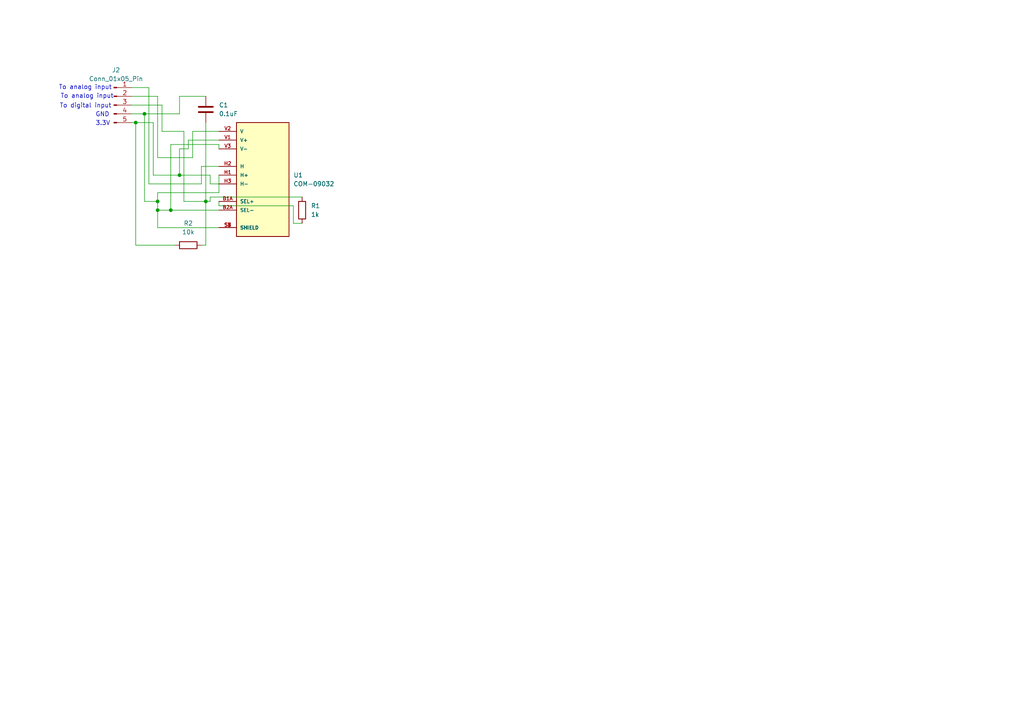
<source format=kicad_sch>
(kicad_sch (version 20250114) (generator "eeschema") (generator_version "9.0")
  (paper "A4")
  (lib_symbols
    (symbol "COM-09032:COM-09032" (pin_names (offset 1.016))
      (property "Reference" "U" (at -7.62 16.002 0))
      (property "Value" "COM-09032" (at -7.62 -20.32 0))
      (symbol "COM-09032_0_0"
        (rectangle (start -7.62 -17.78) (end 7.62 15.24) (stroke (width 0.254)) (fill (type background)))
        (pin passive line (at -12.7 12.7 0) (length 5.08) (name "V") (number "V2"))
        (pin passive line (at -12.7 10.16 0) (length 5.08) (name "V+") (number "V1"))
        (pin passive line (at -12.7 7.62 0) (length 5.08) (name "V-") (number "V3"))
        (pin passive line (at -12.7 2.54 0) (length 5.08) (name "H") (number "H2"))
        (pin passive line (at -12.7 0 0) (length 5.08) (name "H+") (number "H1"))
        (pin passive line (at -12.7 -2.54 0) (length 5.08) (name "H-") (number "H3"))
        (pin passive line (at -12.7 -7.62 0) (length 5.08) (name "SEL+") (number "B1A"))
        (pin passive line (at -12.7 -10.16 0) (length 5.08) (name "SEL-") (number "B2A"))
        (pin passive line (at -12.7 -15.24 0) (length 5.08) (name "SHIELD") (number "S1"))
        (pin passive line (at -12.7 -15.24 0) (length 5.08) (name "SHIELD") (number "S2"))
        (pin passive line (at -12.7 -15.24 0) (length 5.08) (name "SHIELD") (number "S3"))
        (pin passive line (at -12.7 -15.24 0) (length 5.08) (name "SHIELD") (number "S4"))
      )
    )
    (symbol "Connector:Conn_01x05_Pin" (pin_names (offset 1.016) (hide yes))
      (property "Reference" "J" (at 0 7.62 0))
      (property "Value" "Conn_01x05_Pin" (at 0 -7.62 0))
      (symbol "Conn_01x05_Pin_1_1"
        (rectangle (start 0.8636 5.207) (end 0 4.953) (stroke (width 0.1524)) (fill (type outline)))
        (rectangle (start 0.8636 2.667) (end 0 2.413) (stroke (width 0.1524)) (fill (type outline)))
        (rectangle (start 0.8636 0.127) (end 0 -0.127) (stroke (width 0.1524)) (fill (type outline)))
        (rectangle (start 0.8636 -2.413) (end 0 -2.667) (stroke (width 0.1524)) (fill (type outline)))
        (rectangle (start 0.8636 -4.953) (end 0 -5.207) (stroke (width 0.1524)) (fill (type outline)))
        (polyline (pts (xy 1.27 5.08) (xy 0.8636 5.08)) (stroke (width 0.1524)))
        (polyline (pts (xy 1.27 2.54) (xy 0.8636 2.54)) (stroke (width 0.1524)))
        (polyline (pts (xy 1.27 0) (xy 0.8636 0)) (stroke (width 0.1524)))
        (polyline (pts (xy 1.27 -2.54) (xy 0.8636 -2.54)) (stroke (width 0.1524)))
        (polyline (pts (xy 1.27 -5.08) (xy 0.8636 -5.08)) (stroke (width 0.1524)))
        (pin passive line (at 5.08 5.08 180) (length 3.81) (name "Pin_1") (number "1"))
        (pin passive line (at 5.08 2.54 180) (length 3.81) (name "Pin_2") (number "2"))
        (pin passive line (at 5.08 0 180) (length 3.81) (name "Pin_3") (number "3"))
        (pin passive line (at 5.08 -2.54 180) (length 3.81) (name "Pin_4") (number "4"))
        (pin passive line (at 5.08 -5.08 180) (length 3.81) (name "Pin_5") (number "5"))
      )
    )
    (symbol "Device:C" (pin_numbers (hide yes)) (pin_names (offset 0.254))
      (property "Reference" "C" (at 0.635 2.54 0))
      (property "Value" "C" (at 0.635 -2.54 0))
      (symbol "C_0_1"
        (polyline (pts (xy -2.032 0.762) (xy 2.032 0.762)) (stroke (width 0.508)))
        (polyline (pts (xy -2.032 -0.762) (xy 2.032 -0.762)) (stroke (width 0.508)))
      )
      (symbol "C_1_1"
        (pin passive line (at 0 3.81 270) (length 2.794) (name "~") (number "1"))
        (pin passive line (at 0 -3.81 90) (length 2.794) (name "~") (number "2"))
      )
    )
    (symbol "Device:R" (pin_numbers (hide yes)) (pin_names (offset 0))
      (property "Reference" "R" (at 2.032 0 90))
      (property "Value" "R" (at 0 0 90))
      (symbol "R_0_1"
        (rectangle (start -1.016 -2.54) (end 1.016 2.54) (stroke (width 0.254)))
      )
      (symbol "R_1_1"
        (pin passive line (at 0 3.81 270) (length 1.27) (name "~") (number "1"))
        (pin passive line (at 0 -3.81 90) (length 1.27) (name "~") (number "2"))
      )
    )
  )
  (text "3.3V" (at 27.686 36.576 0) (effects (font (size 1.27 1.27)) (justify left bottom)))
  (text "To digital input" (at 17.272 31.496 0) (effects (font (size 1.27 1.27)) (justify left bottom)))
  (text "To analog input" (at 17.526 28.702 0) (effects (font (size 1.27 1.27)) (justify left bottom)))
  (text "To analog input" (at 17.018 26.162 0) (effects (font (size 1.27 1.27)) (justify left bottom)))
  (text "GND" (at 27.686 34.036 0) (effects (font (size 1.27 1.27)) (justify left bottom)))
  (junction (at 41.91 33.02))
  (junction (at 45.72 58.42))
  (junction (at 39.37 35.56))
  (junction (at 52.07 50.8))
  (junction (at 45.72 60.96))
  (junction (at 59.69 58.42))
  (junction (at 49.53 60.96))
  (wire (pts (xy 53.34 58.42) (xy 53.34 38.1)))
  (wire (pts (xy 85.09 59.69) (xy 85.09 64.77)))
  (wire (pts (xy 46.99 30.48) (xy 38.1 30.48)))
  (wire (pts (xy 59.69 58.42) (xy 59.69 71.12)))
  (wire (pts (xy 45.72 60.96) (xy 45.72 58.42)))
  (wire (pts (xy 59.69 58.42) (xy 60.96 58.42)))
  (wire (pts (xy 52.07 43.18) (xy 52.07 50.8)))
  (wire (pts (xy 43.18 53.34) (xy 58.42 53.34)))
  (wire (pts (xy 43.18 25.4) (xy 38.1 25.4)))
  (wire (pts (xy 45.72 66.04) (xy 45.72 60.96)))
  (wire (pts (xy 49.53 60.96) (xy 63.5 60.96)))
  (wire (pts (xy 39.37 35.56) (xy 38.1 35.56)))
  (wire (pts (xy 52.07 33.02) (xy 41.91 33.02)))
  (wire (pts (xy 44.45 50.8) (xy 52.07 50.8)))
  (wire (pts (xy 63.5 50.8) (xy 63.5 55.88)))
  (wire (pts (xy 41.91 33.02) (xy 38.1 33.02)))
  (wire (pts (xy 45.72 58.42) (xy 41.91 58.42)))
  (wire (pts (xy 63.5 66.04) (xy 45.72 66.04)))
  (wire (pts (xy 45.72 60.96) (xy 49.53 60.96)))
  (wire (pts (xy 39.37 71.12) (xy 39.37 35.56)))
  (wire (pts (xy 49.53 41.91) (xy 63.5 41.91)))
  (wire (pts (xy 85.09 64.77) (xy 87.63 64.77)))
  (wire (pts (xy 49.53 41.91) (xy 49.53 60.96)))
  (wire (pts (xy 58.42 48.26) (xy 58.42 53.34)))
  (wire (pts (xy 45.72 55.88) (xy 45.72 58.42)))
  (wire (pts (xy 63.5 59.69) (xy 85.09 59.69)))
  (wire (pts (xy 43.18 25.4) (xy 43.18 53.34)))
  (wire (pts (xy 60.96 53.34) (xy 63.5 53.34)))
  (wire (pts (xy 52.07 43.18) (xy 54.61 43.18)))
  (wire (pts (xy 54.61 40.64) (xy 63.5 40.64)))
  (wire (pts (xy 60.96 50.8) (xy 60.96 53.34)))
  (wire (pts (xy 55.88 38.1) (xy 55.88 45.72)))
  (wire (pts (xy 44.45 35.56) (xy 44.45 50.8)))
  (wire (pts (xy 59.69 35.56) (xy 59.69 58.42)))
  (wire (pts (xy 59.69 58.42) (xy 53.34 58.42)))
  (wire (pts (xy 59.69 71.12) (xy 58.42 71.12)))
  (wire (pts (xy 63.5 58.42) (xy 63.5 59.69)))
  (wire (pts (xy 50.8 71.12) (xy 39.37 71.12)))
  (wire (pts (xy 44.45 35.56) (xy 39.37 35.56)))
  (wire (pts (xy 53.34 38.1) (xy 46.99 38.1)))
  (wire (pts (xy 59.69 27.94) (xy 52.07 27.94)))
  (wire (pts (xy 63.5 55.88) (xy 45.72 55.88)))
  (wire (pts (xy 60.96 58.42) (xy 60.96 57.15)))
  (wire (pts (xy 45.72 45.72) (xy 55.88 45.72)))
  (wire (pts (xy 52.07 50.8) (xy 60.96 50.8)))
  (wire (pts (xy 41.91 33.02) (xy 41.91 58.42)))
  (wire (pts (xy 45.72 27.94) (xy 38.1 27.94)))
  (wire (pts (xy 46.99 38.1) (xy 46.99 30.48)))
  (wire (pts (xy 63.5 38.1) (xy 55.88 38.1)))
  (wire (pts (xy 63.5 41.91) (xy 63.5 43.18)))
  (wire (pts (xy 63.5 48.26) (xy 58.42 48.26)))
  (wire (pts (xy 60.96 57.15) (xy 87.63 57.15)))
  (wire (pts (xy 52.07 27.94) (xy 52.07 33.02)))
  (wire (pts (xy 45.72 27.94) (xy 45.72 45.72)))
  (wire (pts (xy 54.61 43.18) (xy 54.61 40.64)))
  (symbol (lib_id "Device:R") (at 87.63 60.96 0) (unit 1)
    (property "Reference" "R1" (at 90.17 59.6899 0) (effects (justify left)))
    (property "Value" "1k" (at 90.17 62.2299 0) (effects (justify left)))
    (property "Footprint" "Resistor_SMD:R_0603_1608Metric_Pad0.98x0.95mm_HandSolder" (effects (hide yes)))
    (property "Description" "Resistor" (effects (hide yes)))
  )
  (symbol (lib_id "Device:C") (at 59.69 31.75 0) (unit 1)
    (property "Reference" "C1" (at 63.5 30.4799 0) (effects (justify left)))
    (property "Value" "0.1uF" (at 63.5 33.0199 0) (effects (justify left)))
    (property "Footprint" "Capacitor_SMD:C_0603_1608Metric" (effects (hide yes)))
    (property "Description" "Unpolarized capacitor" (effects (hide yes)))
  )
  (symbol (lib_id "COM-09032:COM-09032") (at 76.2 50.8 0) (unit 1)
    (property "Reference" "U1" (at 85.09 50.7999 0) (effects (justify left)))
    (property "Value" "COM-09032" (at 85.09 53.3399 0) (effects (justify left)))
    (property "Footprint" "XDCR_COM-09032" (effects (hide yes)))
    (property "STANDARD" "Manufacturer Recommendations" (effects (hide yes)))
    (property "MAXIMUM_PACKAGE_HEIGHT" "30.1mm" (effects (hide yes)))
    (property "PARTREV" "N/A" (effects (hide yes)))
    (property "MANUFACTURER" "SparkFun Electronics" (effects (hide yes)))
  )
  (symbol (lib_id "Device:R") (at 54.61 71.12 90) (unit 1)
    (property "Reference" "R2" (at 54.61 64.77 90))
    (property "Value" "10k" (at 54.61 67.31 90))
    (property "Footprint" "Resistor_SMD:R_0603_1608Metric_Pad0.98x0.95mm_HandSolder" (effects (hide yes)))
    (property "Description" "Resistor" (effects (hide yes)))
  )
  (symbol (lib_id "Connector:Conn_01x05_Pin") (at 33.02 30.48 0) (unit 1)
    (property "Reference" "J2" (at 33.655 20.32 0))
    (property "Value" "Conn_01x05_Pin" (at 33.655 22.86 0))
    (property "Footprint" "Connector_PinHeader_2.54mm:PinHeader_1x05_P2.54mm_Vertical" (effects (hide yes)))
    (property "Description" "Generic connector, single row, 01x05, script generated" (effects (hide yes)))
  )
)
</source>
